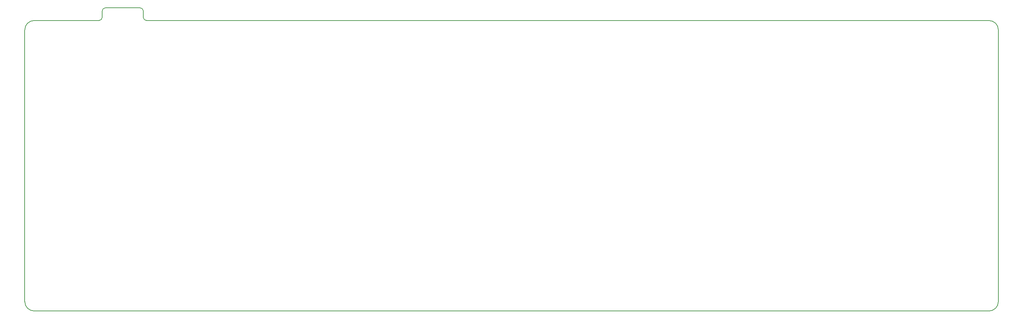
<source format=gm1>
G04 #@! TF.GenerationSoftware,KiCad,Pcbnew,(5.0.0)*
G04 #@! TF.CreationDate,2019-02-17T00:09:27-08:00*
G04 #@! TF.ProjectId,Voyager40,566F796167657234302E6B696361645F,rev?*
G04 #@! TF.SameCoordinates,Original*
G04 #@! TF.FileFunction,Profile,NP*
%FSLAX46Y46*%
G04 Gerber Fmt 4.6, Leading zero omitted, Abs format (unit mm)*
G04 Created by KiCad (PCBNEW (5.0.0)) date 02/17/19 00:09:27*
%MOMM*%
%LPD*%
G01*
G04 APERTURE LIST*
%ADD10C,0.150000*%
%ADD11C,0.200000*%
G04 APERTURE END LIST*
D10*
X64690625Y-29368750D02*
X64690625Y-30956250D01*
X55165625Y-28575000D02*
X63896875Y-28575000D01*
X54371875Y-30956250D02*
X54371875Y-29368750D01*
X65484375Y-31750000D02*
G75*
G02X64690625Y-30956250I0J793750D01*
G01*
X63896875Y-28575000D02*
G75*
G02X64690625Y-29368750I0J-793750D01*
G01*
X54371875Y-30956250D02*
G75*
G02X53578125Y-31750000I-793750J0D01*
G01*
X54371875Y-29368750D02*
G75*
G02X55165625Y-28575000I793750J0D01*
G01*
X279400000Y-102393750D02*
X279400000Y-34131250D01*
X37306250Y-104775000D02*
X277018750Y-104775000D01*
X34925000Y-34131250D02*
X34925000Y-102393750D01*
X53578125Y-31750000D02*
X37306250Y-31750000D01*
X277018750Y-31750000D02*
X65484375Y-31750000D01*
D11*
X277018750Y-31750000D02*
G75*
G02X279400000Y-34131250I0J-2381250D01*
G01*
X279400000Y-102393750D02*
G75*
G02X277018750Y-104775000I-2381250J0D01*
G01*
X37306250Y-104775000D02*
G75*
G02X34925000Y-102393750I0J2381250D01*
G01*
X34925000Y-34131250D02*
G75*
G02X37306250Y-31750000I2381250J0D01*
G01*
M02*

</source>
